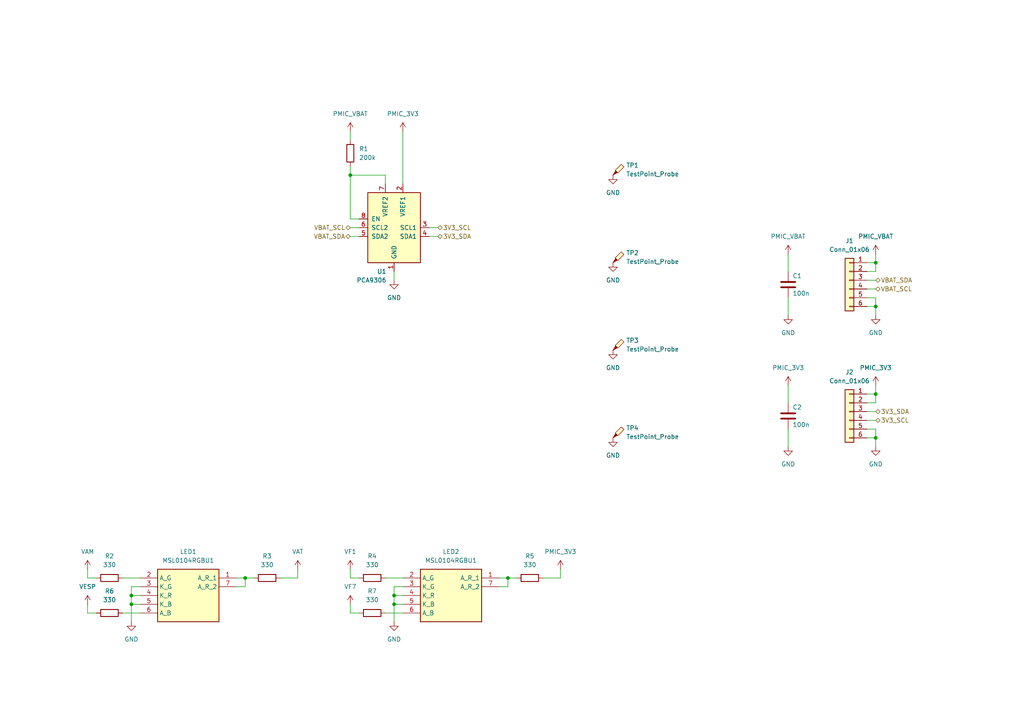
<source format=kicad_sch>
(kicad_sch (version 20231120) (generator "eeschema") (generator_version "8.0")
  (paper "A4")
  (lib_symbols
    (symbol "Connector:TestPoint_Probe" (pin_numbers hide) (pin_names (offset 0.762) hide)
      (property "Reference" "TP" (at 1.651 5.842 0))
      (property "Value" "TestPoint_Probe" (at 1.651 4.064 0))
      (symbol "TestPoint_Probe_0_1"
        (polyline (pts (xy 1.27 0.762) (xy 0 0) (xy 0.762 1.27) (xy 1.27 0.762)) (fill (type outline)))
        (polyline (pts (xy 1.397 0.635) (xy 0.635 1.397) (xy 2.413 3.175) (xy 3.175 2.413) (xy 1.397 0.635)) (fill (type background)))
      )
      (symbol "TestPoint_Probe_1_1"
        (pin passive line (at 0 0 90) (length 0) (name "1") (number "1"))
      )
    )
    (symbol "Connector_Generic:Conn_01x06" (pin_names (offset 1.016) hide)
      (property "Reference" "J" (at 0 7.62 0))
      (property "Value" "Conn_01x06" (at 0 -10.16 0))
      (symbol "Conn_01x06_1_1"
        (rectangle (start -1.27 -7.493) (end 0 -7.747) (stroke (width 0.1524)))
        (rectangle (start -1.27 -4.953) (end 0 -5.207) (stroke (width 0.1524)))
        (rectangle (start -1.27 -2.413) (end 0 -2.667) (stroke (width 0.1524)))
        (rectangle (start -1.27 0.127) (end 0 -0.127) (stroke (width 0.1524)))
        (rectangle (start -1.27 2.667) (end 0 2.413) (stroke (width 0.1524)))
        (rectangle (start -1.27 5.207) (end 0 4.953) (stroke (width 0.1524)))
        (rectangle (start -1.27 6.35) (end 1.27 -8.89) (stroke (width 0.254)) (fill (type background)))
        (pin passive line (at -5.08 5.08 0) (length 3.81) (name "Pin_1") (number "1"))
        (pin passive line (at -5.08 2.54 0) (length 3.81) (name "Pin_2") (number "2"))
        (pin passive line (at -5.08 0 0) (length 3.81) (name "Pin_3") (number "3"))
        (pin passive line (at -5.08 -2.54 0) (length 3.81) (name "Pin_4") (number "4"))
        (pin passive line (at -5.08 -5.08 0) (length 3.81) (name "Pin_5") (number "5"))
        (pin passive line (at -5.08 -7.62 0) (length 3.81) (name "Pin_6") (number "6"))
      )
    )
    (symbol "Device:C" (pin_numbers hide) (pin_names (offset 0.254))
      (property "Reference" "C" (at 0.635 2.54 0))
      (property "Value" "C" (at 0.635 -2.54 0))
      (symbol "C_0_1"
        (polyline (pts (xy -2.032 -0.762) (xy 2.032 -0.762)) (stroke (width 0.508)))
        (polyline (pts (xy -2.032 0.762) (xy 2.032 0.762)) (stroke (width 0.508)))
      )
      (symbol "C_1_1"
        (pin passive line (at 0 3.81 270) (length 2.794) (name "~") (number "1"))
        (pin passive line (at 0 -3.81 90) (length 2.794) (name "~") (number "2"))
      )
    )
    (symbol "Device:R" (pin_numbers hide) (pin_names (offset 0))
      (property "Reference" "R" (at 2.032 0 90))
      (property "Value" "R" (at 0 0 90))
      (symbol "R_0_1"
        (rectangle (start -1.016 -2.54) (end 1.016 2.54) (stroke (width 0.254)))
      )
      (symbol "R_1_1"
        (pin passive line (at 0 3.81 270) (length 1.27) (name "~") (number "1"))
        (pin passive line (at 0 -3.81 90) (length 1.27) (name "~") (number "2"))
      )
    )
    (symbol "GND_1" (power) (pin_numbers hide) (pin_names (offset 0) hide)
      (property "Value" "GND" (at 0 -3.81 0))
      (symbol "GND_1_0_1"
        (polyline (pts (xy 0 0) (xy 0 -1.27) (xy 1.27 -1.27) (xy 0 -2.54) (xy -1.27 -1.27) (xy 0 -1.27)))
      )
      (symbol "GND_1_1_1"
        (pin power_in line (at 0 0 270) (length 0) (name "~") (number "1"))
      )
    )
    (symbol "Interface:PCA9306" (pin_names (offset 1.016))
      (property "Reference" "U" (at -7.62 11.43 0))
      (property "Value" "PCA9306" (at 5.08 11.43 0))
      (symbol "PCA9306_0_1"
        (rectangle (start -7.62 10.16) (end 7.62 -10.16) (stroke (width 0.254)) (fill (type background)))
      )
      (symbol "PCA9306_1_1"
        (pin power_in line (at 0 -12.7 90) (length 2.54) (name "GND") (number "1"))
        (pin power_in line (at -2.54 12.7 270) (length 2.54) (name "VREF1") (number "2"))
        (pin bidirectional line (at -10.16 0 0) (length 2.54) (name "SCL1") (number "3"))
        (pin bidirectional line (at -10.16 -2.54 0) (length 2.54) (name "SDA1") (number "4"))
        (pin bidirectional line (at 10.16 -2.54 180) (length 2.54) (name "SDA2") (number "5"))
        (pin bidirectional line (at 10.16 0 180) (length 2.54) (name "SCL2") (number "6"))
        (pin power_in line (at 2.54 12.7 270) (length 2.54) (name "VREF2") (number "7"))
        (pin input line (at 10.16 2.54 180) (length 2.54) (name "EN") (number "8"))
      )
    )
    (symbol "MSL0104RGBU1:MSL0104RGBU1"
      (property "Reference" "LED" (at 24.13 7.62 0))
      (property "Value" "MSL0104RGBU1" (at 24.13 5.08 0))
      (symbol "MSL0104RGBU1_1_1"
        (rectangle (start 5.08 2.54) (end 22.86 -12.7) (stroke (width 0.254)) (fill (type background)))
        (pin passive line (at 27.94 0 180) (length 5.08) (name "A_R_1") (number "1"))
        (pin passive line (at 0 0 0) (length 5.08) (name "A_G") (number "2"))
        (pin passive line (at 0 -2.54 0) (length 5.08) (name "K_G") (number "3"))
        (pin passive line (at 0 -5.08 0) (length 5.08) (name "K_R") (number "4"))
        (pin passive line (at 0 -7.62 0) (length 5.08) (name "K_B") (number "5"))
        (pin passive line (at 0 -10.16 0) (length 5.08) (name "A_B") (number "6"))
        (pin passive line (at 27.94 -2.54 180) (length 5.08) (name "A_R_2") (number "7"))
      )
    )
    (symbol "power:+3V3" (power) (pin_numbers hide) (pin_names (offset 0) hide)
      (property "Value" "+3V3" (at 0 3.556 0))
      (symbol "+3V3_0_1"
        (polyline (pts (xy -0.762 1.27) (xy 0 2.54)))
        (polyline (pts (xy 0 0) (xy 0 2.54)))
        (polyline (pts (xy 0 2.54) (xy 0.762 1.27)))
      )
      (symbol "+3V3_1_1"
        (pin power_in line (at 0 0 90) (length 0) (name "~") (number "1"))
      )
    )
    (symbol "power:GND" (power) (pin_names (offset 0))
      (property "Value" "GND" (at 0 -3.81 0))
      (symbol "GND_0_1"
        (polyline (pts (xy 0 0) (xy 0 -1.27) (xy 1.27 -1.27) (xy 0 -2.54) (xy -1.27 -1.27) (xy 0 -1.27)))
      )
      (symbol "GND_1_1"
        (pin power_in line (at 0 0 270) (length 0) hide (name "GND") (number "1"))
      )
    )
    (symbol "power:VDD" (power) (pin_numbers hide) (pin_names (offset 0) hide)
      (property "Value" "VDD" (at 0 3.556 0))
      (symbol "VDD_0_1"
        (polyline (pts (xy -0.762 1.27) (xy 0 2.54)))
        (polyline (pts (xy 0 0) (xy 0 2.54)))
        (polyline (pts (xy 0 2.54) (xy 0.762 1.27)))
      )
      (symbol "VDD_1_1"
        (pin power_in line (at 0 0 90) (length 0) (name "~") (number "1"))
      )
    )
  )
  (junction (at 147.32 167.64))
  (junction (at 254 76.2))
  (junction (at 101.6 50.8))
  (junction (at 114.3 172.72))
  (junction (at 254 114.3))
  (junction (at 38.1 172.72))
  (junction (at 71.12 167.64))
  (junction (at 254 88.9))
  (junction (at 254 127))
  (junction (at 38.1 175.26))
  (junction (at 114.3 175.26))
  (wire (pts (xy 147.32 170.18) (xy 147.32 167.64)))
  (wire (pts (xy 38.1 170.18) (xy 38.1 172.72)))
  (wire (pts (xy 116.84 38.1) (xy 116.84 53.34)))
  (wire (pts (xy 101.6 50.8) (xy 101.6 63.5)))
  (wire (pts (xy 251.46 86.36) (xy 254 86.36)))
  (wire (pts (xy 114.3 170.18) (xy 114.3 172.72)))
  (wire (pts (xy 38.1 172.72) (xy 40.64 172.72)))
  (wire (pts (xy 27.94 167.64) (xy 25.4 167.64)))
  (wire (pts (xy 35.56 167.64) (xy 40.64 167.64)))
  (wire (pts (xy 86.36 167.64) (xy 81.28 167.64)))
  (wire (pts (xy 228.6 86.36) (xy 228.6 91.44)))
  (wire (pts (xy 228.6 111.76) (xy 228.6 116.84)))
  (wire (pts (xy 251.46 121.92) (xy 254 121.92)))
  (wire (pts (xy 124.46 68.58) (xy 127 68.58)))
  (wire (pts (xy 254 116.84) (xy 254 114.3)))
  (wire (pts (xy 144.78 170.18) (xy 147.32 170.18)))
  (wire (pts (xy 101.6 177.8) (xy 104.14 177.8)))
  (wire (pts (xy 162.56 165.1) (xy 162.56 167.64)))
  (wire (pts (xy 104.14 167.64) (xy 101.6 167.64)))
  (wire (pts (xy 71.12 170.18) (xy 71.12 167.64)))
  (wire (pts (xy 254 124.46) (xy 254 127)))
  (wire (pts (xy 254 111.76) (xy 254 114.3)))
  (wire (pts (xy 68.58 170.18) (xy 71.12 170.18)))
  (wire (pts (xy 101.6 175.26) (xy 101.6 177.8)))
  (wire (pts (xy 254 127) (xy 254 129.54)))
  (wire (pts (xy 35.56 177.8) (xy 40.64 177.8)))
  (wire (pts (xy 101.6 167.64) (xy 101.6 165.1)))
  (wire (pts (xy 111.76 177.8) (xy 116.84 177.8)))
  (wire (pts (xy 228.6 73.66) (xy 228.6 78.74)))
  (wire (pts (xy 101.6 66.04) (xy 104.14 66.04)))
  (wire (pts (xy 101.6 48.26) (xy 101.6 50.8)))
  (wire (pts (xy 254 78.74) (xy 254 76.2)))
  (wire (pts (xy 251.46 114.3) (xy 254 114.3)))
  (wire (pts (xy 162.56 167.64) (xy 157.48 167.64)))
  (wire (pts (xy 114.3 78.74) (xy 114.3 81.28)))
  (wire (pts (xy 68.58 167.64) (xy 71.12 167.64)))
  (wire (pts (xy 251.46 116.84) (xy 254 116.84)))
  (wire (pts (xy 86.36 165.1) (xy 86.36 167.64)))
  (wire (pts (xy 251.46 119.38) (xy 254 119.38)))
  (wire (pts (xy 228.6 124.46) (xy 228.6 129.54)))
  (wire (pts (xy 114.3 172.72) (xy 114.3 175.26)))
  (wire (pts (xy 114.3 172.72) (xy 116.84 172.72)))
  (wire (pts (xy 71.12 167.64) (xy 73.66 167.64)))
  (wire (pts (xy 114.3 175.26) (xy 114.3 180.34)))
  (wire (pts (xy 25.4 177.8) (xy 27.94 177.8)))
  (wire (pts (xy 147.32 167.64) (xy 149.86 167.64)))
  (wire (pts (xy 38.1 175.26) (xy 40.64 175.26)))
  (wire (pts (xy 251.46 124.46) (xy 254 124.46)))
  (wire (pts (xy 251.46 81.28) (xy 254 81.28)))
  (wire (pts (xy 124.46 66.04) (xy 127 66.04)))
  (wire (pts (xy 111.76 167.64) (xy 116.84 167.64)))
  (wire (pts (xy 251.46 88.9) (xy 254 88.9)))
  (wire (pts (xy 38.1 172.72) (xy 38.1 175.26)))
  (wire (pts (xy 25.4 167.64) (xy 25.4 165.1)))
  (wire (pts (xy 40.64 170.18) (xy 38.1 170.18)))
  (wire (pts (xy 114.3 175.26) (xy 116.84 175.26)))
  (wire (pts (xy 111.76 50.8) (xy 111.76 53.34)))
  (wire (pts (xy 101.6 68.58) (xy 104.14 68.58)))
  (wire (pts (xy 254 88.9) (xy 254 91.44)))
  (wire (pts (xy 101.6 38.1) (xy 101.6 40.64)))
  (wire (pts (xy 116.84 170.18) (xy 114.3 170.18)))
  (wire (pts (xy 254 73.66) (xy 254 76.2)))
  (wire (pts (xy 251.46 83.82) (xy 254 83.82)))
  (wire (pts (xy 101.6 50.8) (xy 111.76 50.8)))
  (wire (pts (xy 144.78 167.64) (xy 147.32 167.64)))
  (wire (pts (xy 38.1 175.26) (xy 38.1 180.34)))
  (wire (pts (xy 251.46 127) (xy 254 127)))
  (wire (pts (xy 251.46 76.2) (xy 254 76.2)))
  (wire (pts (xy 104.14 63.5) (xy 101.6 63.5)))
  (wire (pts (xy 251.46 78.74) (xy 254 78.74)))
  (wire (pts (xy 25.4 175.26) (xy 25.4 177.8)))
  (wire (pts (xy 254 86.36) (xy 254 88.9)))
  (hierarchical_label "3V3_SCL" (shape bidirectional) (at 254 121.92 0))
  (hierarchical_label "VBAT_SCL" (shape bidirectional) (at 254 83.82 0))
  (hierarchical_label "VBAT_SDA" (shape bidirectional) (at 101.6 68.58 180))
  (hierarchical_label "VBAT_SCL" (shape bidirectional) (at 101.6 66.04 180))
  (hierarchical_label "3V3_SDA" (shape bidirectional) (at 254 119.38 0))
  (hierarchical_label "3V3_SDA" (shape bidirectional) (at 127 68.58 0))
  (hierarchical_label "3V3_SCL" (shape bidirectional) (at 127 66.04 0))
  (hierarchical_label "VBAT_SDA" (shape bidirectional) (at 254 81.28 0))
  (symbol (lib_id "Device:R") (at 107.95 177.8 90) (unit 1)
    (property "Reference" "R7" (at 107.95 171.45 90))
    (property "Value" "330" (at 107.95 173.99 90))
    (property "Footprint" "Resistor_SMD:R_0402_1005Metric" (effects (hide yes)))
    (property "Description" "Resistor" (effects (hide yes)))
  )
  (symbol (lib_id "power:VDD") (at 25.4 175.26 0) (mirror y) (unit 1)
    (property "Reference" "#PWR020" (effects (hide yes)))
    (property "Value" "VESP" (at 25.4 170.18 0))
    (property "Description" "Power symbol creates a global label with name \"VDD\"" (effects (hide yes)))
  )
  (symbol (lib_id "power:+3V3") (at 162.56 165.1 0) (unit 1)
    (property "Reference" "#PWR019" (effects (hide yes)))
    (property "Value" "PMIC_3V3" (at 162.56 160.02 0))
    (property "Description" "Power symbol creates a global label with name \"+3V3\"" (effects (hide yes)))
  )
  (symbol (lib_id "power:GND") (at 38.1 180.34 0) (unit 1)
    (property "Reference" "#PWR022" (effects (hide yes)))
    (property "Value" "GND" (at 38.1 185.42 0))
    (property "Description" "Power symbol creates a global label with name \"GND\" , ground" (effects (hide yes)))
  )
  (symbol (lib_id "Connector_Generic:Conn_01x06") (at 246.38 119.38 0) (mirror y) (unit 1)
    (property "Reference" "J2" (at 246.38 107.95 0))
    (property "Value" "Conn_01x06" (at 246.38 110.49 0))
    (property "Footprint" "Connector_PinHeader_2.54mm:PinHeader_1x06_P2.54mm_Vertical" (effects (hide yes)))
    (property "Description" "Generic connector, single row, 01x06, script generated (kicad-library-utils/schlib/autogen/connector/)" (effects (hide yes)))
  )
  (symbol (lib_id "power:GND") (at 228.6 91.44 0) (unit 1)
    (property "Reference" "#PWR08" (effects (hide yes)))
    (property "Value" "GND" (at 228.6 96.52 0))
    (property "Description" "Power symbol creates a global label with name \"GND\" , ground" (effects (hide yes)))
  )
  (symbol (lib_id "Connector:TestPoint_Probe") (at 177.8 50.8 0) (unit 1)
    (property "Reference" "TP1" (at 181.61 47.9424 0) (effects (justify left)))
    (property "Value" "TestPoint_Probe" (at 181.61 50.4824 0) (effects (justify left)))
    (property "Footprint" "TestPoint:TestPoint_Loop_D3.80mm_Drill2.8mm" (effects (hide yes)))
    (property "Description" "test point (alternative probe-style design)" (effects (hide yes)))
  )
  (symbol (lib_id "power:GND") (at 177.8 50.8 0) (unit 1)
    (property "Reference" "#PWR03" (effects (hide yes)))
    (property "Value" "GND" (at 177.8 55.88 0))
    (property "Description" "Power symbol creates a global label with name \"GND\" , ground" (effects (hide yes)))
  )
  (symbol (lib_id "Device:R") (at 153.67 167.64 90) (unit 1)
    (property "Reference" "R5" (at 153.67 161.29 90))
    (property "Value" "330" (at 153.67 163.83 90))
    (property "Footprint" "Resistor_SMD:R_0402_1005Metric" (effects (hide yes)))
    (property "Description" "Resistor" (effects (hide yes)))
  )
  (symbol (lib_id "power:GND") (at 114.3 180.34 0) (unit 1)
    (property "Reference" "#PWR023" (effects (hide yes)))
    (property "Value" "GND" (at 114.3 185.42 0))
    (property "Description" "Power symbol creates a global label with name \"GND\" , ground" (effects (hide yes)))
  )
  (symbol (lib_id "power:+3V3") (at 101.6 38.1 0) (unit 1)
    (property "Reference" "#PWR01" (effects (hide yes)))
    (property "Value" "PMIC_VBAT" (at 101.6 33.02 0))
    (property "Description" "Power symbol creates a global label with name \"+3V3\"" (effects (hide yes)))
  )
  (symbol (lib_id "power:VDD") (at 86.36 165.1 0) (mirror y) (unit 1)
    (property "Reference" "#PWR017" (effects (hide yes)))
    (property "Value" "VAT" (at 86.36 160.02 0))
    (property "Description" "Power symbol creates a global label with name \"VDD\"" (effects (hide yes)))
  )
  (symbol (lib_id "power:+3V3") (at 228.6 111.76 0) (unit 1)
    (property "Reference" "#PWR011" (effects (hide yes)))
    (property "Value" "PMIC_3V3" (at 228.6 106.68 0))
    (property "Description" "Power symbol creates a global label with name \"+3V3\"" (effects (hide yes)))
  )
  (symbol (lib_name "GND_1") (lib_id "power:GND") (at 254 91.44 0) (unit 1)
    (property "Reference" "#PWR09" (effects (hide yes)))
    (property "Value" "GND" (at 254 96.52 0))
    (property "Description" "Power symbol creates a global label with name \"GND\" , ground" (effects (hide yes)))
  )
  (symbol (lib_id "Device:C") (at 228.6 82.55 0) (unit 1)
    (property "Reference" "C1" (at 229.87 80.01 0) (effects (justify left)))
    (property "Value" "100n" (at 229.87 85.09 0) (effects (justify left)))
    (property "Footprint" "Capacitor_SMD:C_0402_1005Metric" (effects (hide yes)))
    (property "Description" "Unpolarized capacitor" (effects (hide yes)))
  )
  (symbol (lib_id "power:VDD") (at 25.4 165.1 0) (mirror y) (unit 1)
    (property "Reference" "#PWR016" (effects (hide yes)))
    (property "Value" "VAM" (at 25.4 160.02 0))
    (property "Description" "Power symbol creates a global label with name \"VDD\"" (effects (hide yes)))
  )
  (symbol (lib_id "Connector:TestPoint_Probe") (at 177.8 76.2 0) (unit 1)
    (property "Reference" "TP2" (at 181.61 73.3424 0) (effects (justify left)))
    (property "Value" "TestPoint_Probe" (at 181.61 75.8824 0) (effects (justify left)))
    (property "Footprint" "TestPoint:TestPoint_Loop_D3.80mm_Drill2.8mm" (effects (hide yes)))
    (property "Description" "test point (alternative probe-style design)" (effects (hide yes)))
  )
  (symbol (lib_id "power:GND") (at 114.3 81.28 0) (mirror y) (unit 1)
    (property "Reference" "#PWR07" (effects (hide yes)))
    (property "Value" "GND" (at 114.3 86.36 0))
  )
  (symbol (lib_id "power:GND") (at 177.8 76.2 0) (unit 1)
    (property "Reference" "#PWR06" (effects (hide yes)))
    (property "Value" "GND" (at 177.8 81.28 0))
    (property "Description" "Power symbol creates a global label with name \"GND\" , ground" (effects (hide yes)))
  )
  (symbol (lib_id "Device:R") (at 77.47 167.64 90) (unit 1)
    (property "Reference" "R3" (at 77.47 161.29 90))
    (property "Value" "330" (at 77.47 163.83 90))
    (property "Footprint" "Resistor_SMD:R_0402_1005Metric" (effects (hide yes)))
    (property "Description" "Resistor" (effects (hide yes)))
  )
  (symbol (lib_id "Device:C") (at 228.6 120.65 0) (unit 1)
    (property "Reference" "C2" (at 229.87 118.11 0) (effects (justify left)))
    (property "Value" "100n" (at 229.87 123.19 0) (effects (justify left)))
    (property "Footprint" "Capacitor_SMD:C_0402_1005Metric" (effects (hide yes)))
    (property "Description" "Unpolarized capacitor" (effects (hide yes)))
  )
  (symbol (lib_id "Interface:PCA9306") (at 114.3 66.04 0) (mirror y) (unit 1)
    (property "Reference" "U1" (at 112.1059 78.74 0) (effects (justify left)))
    (property "Value" "PCA9306" (at 112.1059 81.28 0) (effects (justify left)))
    (property "Footprint" "Package_SO:SSOP-8_2.95x2.8mm_P0.65mm" (effects (hide yes)))
    (property "Datasheet" "http://www.ti.com/lit/ds/symlink/pca9306.pdf" (effects (hide yes)))
    (property "Description" "Dual bidirectional I2C Bus and SMBus voltage level translator" (effects (hide yes)))
  )
  (symbol (lib_id "Connector:TestPoint_Probe") (at 177.8 101.6 0) (unit 1)
    (property "Reference" "TP3" (at 181.61 98.7424 0) (effects (justify left)))
    (property "Value" "TestPoint_Probe" (at 181.61 101.2824 0) (effects (justify left)))
    (property "Footprint" "TestPoint:TestPoint_Loop_D3.80mm_Drill2.8mm" (effects (hide yes)))
    (property "Description" "test point (alternative probe-style design)" (effects (hide yes)))
  )
  (symbol (lib_id "Device:R") (at 101.6 44.45 180) (unit 1)
    (property "Reference" "R1" (at 104.14 43.1799 0) (effects (justify right)))
    (property "Value" "200k" (at 104.14 45.7199 0) (effects (justify right)))
    (property "Footprint" "Resistor_SMD:R_0402_1005Metric" (effects (hide yes)))
    (property "Description" "Resistor" (effects (hide yes)))
  )
  (symbol (lib_id "power:GND") (at 177.8 101.6 0) (unit 1)
    (property "Reference" "#PWR010" (effects (hide yes)))
    (property "Value" "GND" (at 177.8 106.68 0))
    (property "Description" "Power symbol creates a global label with name \"GND\" , ground" (effects (hide yes)))
  )
  (symbol (lib_id "MSL0104RGBU1:MSL0104RGBU1") (at 116.84 167.64 0) (unit 1)
    (property "Reference" "LED2" (at 130.81 160.02 0))
    (property "Value" "MSL0104RGBU1" (at 130.81 162.56 0))
    (property "Footprint" "Library:MSL0104RGBU1" (effects (hide yes)))
    (property "Datasheet" "https://fscdn.rohm.com/en/products/databook/datasheet/opto/led/chip_multi/msl0104rgbu1-e.pdf" (effects (hide yes)))
    (property "Description" "Red, Green, Blue (RGB) 624nm Red, 527nm Green, 470nm Blue LED Indication - Discrete 2.1V Red, 3.3V Green, 3.2V Blue 7-SMD, Flat Lead" (effects (hide yes)))
    (property "Height" "2.35" (effects (hide yes)))
    (property "Mouser Part Number" "755-MSL0104RGBU1" (effects (hide yes)))
    (property "Mouser Price/Stock" "https://www.mouser.co.uk/ProductDetail/ROHM-Semiconductor/MSL0104RGBU1?qs=%2FPVulymFwT0fF2uiK7i8gg%3D%3D" (effects (hide yes)))
    (property "Manufacturer_Name" "ROHM Semiconductor" (effects (hide yes)))
    (property "Manufacturer_Part_Number" "MSL0104RGBU1" (effects (hide yes)))
  )
  (symbol (lib_id "power:+3V3") (at 254 73.66 0) (unit 1)
    (property "Reference" "#PWR05" (effects (hide yes)))
    (property "Value" "PMIC_VBAT" (at 254 68.58 0))
    (property "Description" "Power symbol creates a global label with name \"+3V3\"" (effects (hide yes)))
  )
  (symbol (lib_id "power:+3V3") (at 101.6 175.26 0) (unit 1)
    (property "Reference" "#PWR021" (effects (hide yes)))
    (property "Value" "VF7" (at 101.6 170.18 0))
    (property "Description" "Power symbol creates a global label with name \"+3V3\"" (effects (hide yes)))
  )
  (symbol (lib_id "Device:R") (at 107.95 167.64 90) (unit 1)
    (property "Reference" "R4" (at 107.95 161.29 90))
    (property "Value" "330" (at 107.95 163.83 90))
    (property "Footprint" "Resistor_SMD:R_0402_1005Metric" (effects (hide yes)))
    (property "Description" "Resistor" (effects (hide yes)))
  )
  (symbol (lib_id "Device:R") (at 31.75 177.8 90) (unit 1)
    (property "Reference" "R6" (at 31.75 171.45 90))
    (property "Value" "330" (at 31.75 173.99 90))
    (property "Footprint" "Resistor_SMD:R_0402_1005Metric" (effects (hide yes)))
    (property "Description" "Resistor" (effects (hide yes)))
  )
  (symbol (lib_id "power:VDD") (at 101.6 165.1 0) (mirror y) (unit 1)
    (property "Reference" "#PWR018" (effects (hide yes)))
    (property "Value" "VF1" (at 101.6 160.02 0))
    (property "Description" "Power symbol creates a global label with name \"VDD\"" (effects (hide yes)))
  )
  (symbol (lib_name "GND_1") (lib_id "power:GND") (at 254 129.54 0) (unit 1)
    (property "Reference" "#PWR015" (effects (hide yes)))
    (property "Value" "GND" (at 254 134.62 0))
    (property "Description" "Power symbol creates a global label with name \"GND\" , ground" (effects (hide yes)))
  )
  (symbol (lib_id "Device:R") (at 31.75 167.64 90) (unit 1)
    (property "Reference" "R2" (at 31.75 161.29 90))
    (property "Value" "330" (at 31.75 163.83 90))
    (property "Footprint" "Resistor_SMD:R_0402_1005Metric" (effects (hide yes)))
    (property "Description" "Resistor" (effects (hide yes)))
  )
  (symbol (lib_id "power:+3V3") (at 254 111.76 0) (unit 1)
    (property "Reference" "#PWR012" (effects (hide yes)))
    (property "Value" "PMIC_3V3" (at 254 106.68 0))
    (property "Description" "Power symbol creates a global label with name \"+3V3\"" (effects (hide yes)))
  )
  (symbol (lib_id "Connector:TestPoint_Probe") (at 177.8 127 0) (unit 1)
    (property "Reference" "TP4" (at 181.61 124.1424 0) (effects (justify left)))
    (property "Value" "TestPoint_Probe" (at 181.61 126.6824 0) (effects (justify left)))
    (property "Footprint" "TestPoint:TestPoint_Loop_D3.80mm_Drill2.8mm" (effects (hide yes)))
    (property "Description" "test point (alternative probe-style design)" (effects (hide yes)))
  )
  (symbol (lib_id "power:+3V3") (at 228.6 73.66 0) (unit 1)
    (property "Reference" "#PWR04" (effects (hide yes)))
    (property "Value" "PMIC_VBAT" (at 228.6 68.58 0))
    (property "Description" "Power symbol creates a global label with name \"+3V3\"" (effects (hide yes)))
  )
  (symbol (lib_id "power:+3V3") (at 116.84 38.1 0) (unit 1)
    (property "Reference" "#PWR02" (effects (hide yes)))
    (property "Value" "PMIC_3V3" (at 116.84 33.02 0))
    (property "Description" "Power symbol creates a global label with name \"+3V3\"" (effects (hide yes)))
  )
  (symbol (lib_id "power:GND") (at 228.6 129.54 0) (unit 1)
    (property "Reference" "#PWR014" (effects (hide yes)))
    (property "Value" "GND" (at 228.6 134.62 0))
    (property "Description" "Power symbol creates a global label with name \"GND\" , ground" (effects (hide yes)))
  )
  (symbol (lib_id "power:GND") (at 177.8 127 0) (unit 1)
    (property "Reference" "#PWR013" (effects (hide yes)))
    (property "Value" "GND" (at 177.8 132.08 0))
    (property "Description" "Power symbol creates a global label with name \"GND\" , ground" (effects (hide yes)))
  )
  (symbol (lib_id "MSL0104RGBU1:MSL0104RGBU1") (at 40.64 167.64 0) (unit 1)
    (property "Reference" "LED1" (at 54.61 160.02 0))
    (property "Value" "MSL0104RGBU1" (at 54.61 162.56 0))
    (property "Footprint" "Library:MSL0104RGBU1" (effects (hide yes)))
    (property "Datasheet" "https://fscdn.rohm.com/en/products/databook/datasheet/opto/led/chip_multi/msl0104rgbu1-e.pdf" (effects (hide yes)))
    (property "Description" "Red, Green, Blue (RGB) 624nm Red, 527nm Green, 470nm Blue LED Indication - Discrete 2.1V Red, 3.3V Green, 3.2V Blue 7-SMD, Flat Lead" (effects (hide yes)))
    (property "Height" "2.35" (effects (hide yes)))
    (property "Mouser Part Number" "755-MSL0104RGBU1" (effects (hide yes)))
    (property "Mouser Price/Stock" "https://www.mouser.co.uk/ProductDetail/ROHM-Semiconductor/MSL0104RGBU1?qs=%2FPVulymFwT0fF2uiK7i8gg%3D%3D" (effects (hide yes)))
    (property "Manufacturer_Name" "ROHM Semiconductor" (effects (hide yes)))
    (property "Manufacturer_Part_Number" "MSL0104RGBU1" (effects (hide yes)))
  )
  (symbol (lib_id "Connector_Generic:Conn_01x06") (at 246.38 81.28 0) (mirror y) (unit 1)
    (property "Reference" "J1" (at 246.38 69.85 0))
    (property "Value" "Conn_01x06" (at 246.38 72.39 0))
    (property "Footprint" "Connector_PinHeader_2.54mm:PinHeader_1x06_P2.54mm_Vertical" (effects (hide yes)))
    (property "Description" "Generic connector, single row, 01x06, script generated (kicad-library-utils/schlib/autogen/connector/)" (effects (hide yes)))
  )
)
</source>
